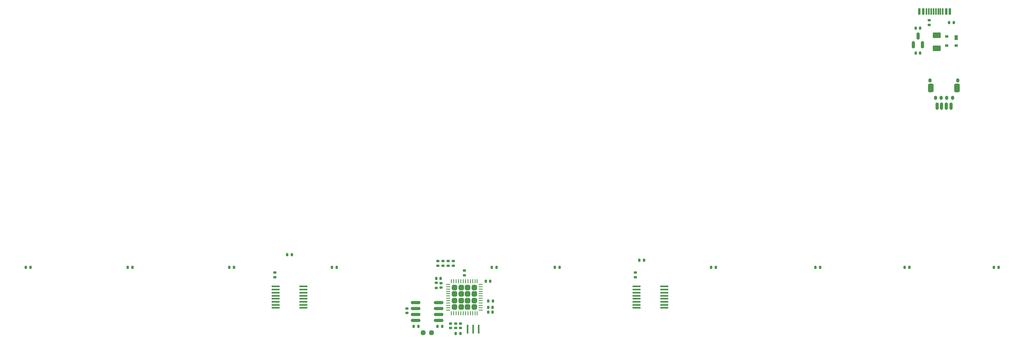
<source format=gbr>
%TF.GenerationSoftware,KiCad,Pcbnew,8.0.3*%
%TF.CreationDate,2024-08-28T23:50:46+02:00*%
%TF.ProjectId,toprevan,746f7072-6576-4616-9e2e-6b696361645f,rev?*%
%TF.SameCoordinates,Original*%
%TF.FileFunction,Paste,Bot*%
%TF.FilePolarity,Positive*%
%FSLAX46Y46*%
G04 Gerber Fmt 4.6, Leading zero omitted, Abs format (unit mm)*
G04 Created by KiCad (PCBNEW 8.0.3) date 2024-08-28 23:50:46*
%MOMM*%
%LPD*%
G01*
G04 APERTURE LIST*
G04 Aperture macros list*
%AMRoundRect*
0 Rectangle with rounded corners*
0 $1 Rounding radius*
0 $2 $3 $4 $5 $6 $7 $8 $9 X,Y pos of 4 corners*
0 Add a 4 corners polygon primitive as box body*
4,1,4,$2,$3,$4,$5,$6,$7,$8,$9,$2,$3,0*
0 Add four circle primitives for the rounded corners*
1,1,$1+$1,$2,$3*
1,1,$1+$1,$4,$5*
1,1,$1+$1,$6,$7*
1,1,$1+$1,$8,$9*
0 Add four rect primitives between the rounded corners*
20,1,$1+$1,$2,$3,$4,$5,0*
20,1,$1+$1,$4,$5,$6,$7,0*
20,1,$1+$1,$6,$7,$8,$9,0*
20,1,$1+$1,$8,$9,$2,$3,0*%
G04 Aperture macros list end*
%ADD10RoundRect,0.140000X-0.170000X0.140000X-0.170000X-0.140000X0.170000X-0.140000X0.170000X0.140000X0*%
%ADD11RoundRect,0.135000X-0.135000X-0.185000X0.135000X-0.185000X0.135000X0.185000X-0.135000X0.185000X0*%
%ADD12RoundRect,0.135000X-0.185000X0.135000X-0.185000X-0.135000X0.185000X-0.135000X0.185000X0.135000X0*%
%ADD13RoundRect,0.135000X0.135000X0.185000X-0.135000X0.185000X-0.135000X-0.185000X0.135000X-0.185000X0*%
%ADD14R,0.400000X1.900000*%
%ADD15RoundRect,0.250000X0.315000X-0.315000X0.315000X0.315000X-0.315000X0.315000X-0.315000X-0.315000X0*%
%ADD16RoundRect,0.062500X0.062500X-0.375000X0.062500X0.375000X-0.062500X0.375000X-0.062500X-0.375000X0*%
%ADD17RoundRect,0.062500X0.375000X-0.062500X0.375000X0.062500X-0.375000X0.062500X-0.375000X-0.062500X0*%
%ADD18R,1.778000X0.419100*%
%ADD19RoundRect,0.150000X-0.150000X-0.625000X0.150000X-0.625000X0.150000X0.625000X-0.150000X0.625000X0*%
%ADD20RoundRect,0.250000X-0.350000X-0.650000X0.350000X-0.650000X0.350000X0.650000X-0.350000X0.650000X0*%
%ADD21R,0.700000X1.000000*%
%ADD22R,0.700000X0.600000*%
%ADD23RoundRect,0.250000X-0.625000X0.375000X-0.625000X-0.375000X0.625000X-0.375000X0.625000X0.375000X0*%
%ADD24R,0.600000X1.450000*%
%ADD25R,0.300000X1.450000*%
%ADD26RoundRect,0.140000X0.170000X-0.140000X0.170000X0.140000X-0.170000X0.140000X-0.170000X-0.140000X0*%
%ADD27RoundRect,0.150000X-0.825000X-0.150000X0.825000X-0.150000X0.825000X0.150000X-0.825000X0.150000X0*%
%ADD28RoundRect,0.150000X0.150000X-0.587500X0.150000X0.587500X-0.150000X0.587500X-0.150000X-0.587500X0*%
%ADD29RoundRect,0.140000X0.140000X0.170000X-0.140000X0.170000X-0.140000X-0.170000X0.140000X-0.170000X0*%
%ADD30RoundRect,0.140000X-0.140000X-0.170000X0.140000X-0.170000X0.140000X0.170000X-0.140000X0.170000X0*%
%ADD31RoundRect,0.135000X0.185000X-0.135000X0.185000X0.135000X-0.185000X0.135000X-0.185000X-0.135000X0*%
%ADD32RoundRect,0.150000X-0.150000X-0.275000X0.150000X-0.275000X0.150000X0.275000X-0.150000X0.275000X0*%
%ADD33RoundRect,0.175000X-0.175000X-0.225000X0.175000X-0.225000X0.175000X0.225000X-0.175000X0.225000X0*%
%ADD34RoundRect,0.237500X0.250000X0.237500X-0.250000X0.237500X-0.250000X-0.237500X0.250000X-0.237500X0*%
G04 APERTURE END LIST*
D10*
%TO.C,C10*%
X133886072Y-93745973D03*
X133886072Y-94705973D03*
%TD*%
D11*
%TO.C,R14*%
X63832898Y-81756250D03*
X64852898Y-81756250D03*
%TD*%
%TO.C,R23*%
X210627500Y-81756250D03*
X211647500Y-81756250D03*
%TD*%
D12*
%TO.C,R5*%
X132256250Y-80387058D03*
X132256250Y-81407058D03*
%TD*%
D13*
%TO.C,R18*%
X125922500Y-94362500D03*
X124902500Y-94362500D03*
%TD*%
D14*
%TO.C,Y1*%
X136401214Y-94917035D03*
X137601214Y-94917035D03*
X138801214Y-94917035D03*
%TD*%
D11*
%TO.C,R25*%
X248727500Y-81746059D03*
X249747500Y-81746059D03*
%TD*%
D15*
%TO.C,U1*%
X133631250Y-90206250D03*
X135031250Y-90206250D03*
X136431250Y-90206250D03*
X137831250Y-90206250D03*
X133631250Y-88806250D03*
X135031250Y-88806250D03*
X136431250Y-88806250D03*
X137831250Y-88806250D03*
X133631250Y-87406250D03*
X135031250Y-87406250D03*
X136431250Y-87406250D03*
X137831250Y-87406250D03*
X133631250Y-86006250D03*
X135031250Y-86006250D03*
X136431250Y-86006250D03*
X137831250Y-86006250D03*
D16*
X138481250Y-91543750D03*
X137981250Y-91543750D03*
X137481250Y-91543750D03*
X136981250Y-91543750D03*
X136481250Y-91543750D03*
X135981250Y-91543750D03*
X135481250Y-91543750D03*
X134981250Y-91543750D03*
X134481250Y-91543750D03*
X133981250Y-91543750D03*
X133481250Y-91543750D03*
X132981250Y-91543750D03*
D17*
X132293750Y-90856250D03*
X132293750Y-90356250D03*
X132293750Y-89856250D03*
X132293750Y-89356250D03*
X132293750Y-88856250D03*
X132293750Y-88356250D03*
X132293750Y-87856250D03*
X132293750Y-87356250D03*
X132293750Y-86856250D03*
X132293750Y-86356250D03*
X132293750Y-85856250D03*
X132293750Y-85356250D03*
D16*
X132981250Y-84668750D03*
X133481250Y-84668750D03*
X133981250Y-84668750D03*
X134481250Y-84668750D03*
X134981250Y-84668750D03*
X135481250Y-84668750D03*
X135981250Y-84668750D03*
X136481250Y-84668750D03*
X136981250Y-84668750D03*
X137481250Y-84668750D03*
X137981250Y-84668750D03*
X138481250Y-84668750D03*
D17*
X139168750Y-85356250D03*
X139168750Y-85856250D03*
X139168750Y-86356250D03*
X139168750Y-86856250D03*
X139168750Y-87356250D03*
X139168750Y-87856250D03*
X139168750Y-88356250D03*
X139168750Y-88856250D03*
X139168750Y-89356250D03*
X139168750Y-89856250D03*
X139168750Y-90356250D03*
X139168750Y-90856250D03*
%TD*%
D10*
%TO.C,C16*%
X132789679Y-93745973D03*
X132789679Y-94705973D03*
%TD*%
D18*
%TO.C,U6*%
X178393090Y-85832950D03*
X178393090Y-86483190D03*
X178393090Y-87133430D03*
X178393090Y-87783670D03*
X178393090Y-88428830D03*
X178393090Y-89079070D03*
X178393090Y-89729310D03*
X178393090Y-90379550D03*
X172444410Y-90379550D03*
X172444410Y-89729310D03*
X172444410Y-89079070D03*
X172444410Y-88428830D03*
X172444410Y-87783670D03*
X172444410Y-87133430D03*
X172444410Y-86483190D03*
X172444410Y-85832950D03*
%TD*%
D11*
%TO.C,R8*%
X239202500Y-29368750D03*
X240222500Y-29368750D03*
%TD*%
D19*
%TO.C,J1*%
X236625000Y-47243750D03*
X237625000Y-47243750D03*
X238625000Y-47243750D03*
X239625000Y-47243750D03*
D20*
X235325000Y-43368750D03*
X240925000Y-43368750D03*
%TD*%
D11*
%TO.C,R16*%
X97915000Y-78997940D03*
X98935000Y-78997940D03*
%TD*%
D21*
%TO.C,D1*%
X240710621Y-32587500D03*
D22*
X240710621Y-34287500D03*
X238710621Y-34287500D03*
X238710621Y-32387500D03*
%TD*%
D18*
%TO.C,U4*%
X101399340Y-85832950D03*
X101399340Y-86483190D03*
X101399340Y-87133430D03*
X101399340Y-87783670D03*
X101399340Y-88428830D03*
X101399340Y-89079070D03*
X101399340Y-89729310D03*
X101399340Y-90379550D03*
X95450660Y-90379550D03*
X95450660Y-89729310D03*
X95450660Y-89079070D03*
X95450660Y-88428830D03*
X95450660Y-87783670D03*
X95450660Y-87133430D03*
X95450660Y-86483190D03*
X95450660Y-85832950D03*
%TD*%
D12*
%TO.C,R6*%
X130056250Y-80387058D03*
X130056250Y-81407058D03*
%TD*%
D13*
%TO.C,R20*%
X156085000Y-81756250D03*
X155065000Y-81756250D03*
%TD*%
D10*
%TO.C,C11*%
X134889679Y-93753408D03*
X134889679Y-94713408D03*
%TD*%
D12*
%TO.C,R4*%
X131156250Y-80387058D03*
X131156250Y-81407058D03*
%TD*%
D11*
%TO.C,R11*%
X140777500Y-88900000D03*
X141797500Y-88900000D03*
%TD*%
D23*
%TO.C,F_USBC1*%
X236537500Y-32082528D03*
X236537500Y-34882528D03*
%TD*%
D11*
%TO.C,R9*%
X133883473Y-95832687D03*
X134903473Y-95832687D03*
%TD*%
D24*
%TO.C,J3*%
X232874750Y-27025750D03*
X233674750Y-27025750D03*
D25*
X234874750Y-27025750D03*
X235874750Y-27025750D03*
X236374750Y-27025750D03*
X237374750Y-27025750D03*
D24*
X238574750Y-27025750D03*
X239374750Y-27025750D03*
X239374750Y-27025750D03*
X238574750Y-27025750D03*
D25*
X237874750Y-27025750D03*
X236874750Y-27025750D03*
X235374750Y-27025750D03*
X234374750Y-27025750D03*
D24*
X233674750Y-27025750D03*
X232874750Y-27025750D03*
%TD*%
D12*
%TO.C,R7*%
X234950000Y-28858750D03*
X234950000Y-29878750D03*
%TD*%
D11*
%TO.C,R15*%
X42068750Y-81756250D03*
X43088750Y-81756250D03*
%TD*%
D26*
%TO.C,C1*%
X130775537Y-86080138D03*
X130775537Y-85120138D03*
%TD*%
D13*
%TO.C,R17*%
X108453663Y-81746059D03*
X107433663Y-81746059D03*
%TD*%
D27*
%TO.C,U5*%
X125318750Y-93092500D03*
X125318750Y-91822500D03*
X125318750Y-90552500D03*
X125318750Y-89282500D03*
X130268750Y-89282500D03*
X130268750Y-90552500D03*
X130268750Y-91822500D03*
X130268750Y-93092500D03*
%TD*%
D11*
%TO.C,R24*%
X229677500Y-81756250D03*
X230697500Y-81756250D03*
%TD*%
D28*
%TO.C,U3*%
X233518750Y-34129972D03*
X231618750Y-34129972D03*
X232568750Y-32254972D03*
%TD*%
D29*
%TO.C,C12*%
X233048750Y-30596511D03*
X232088750Y-30596511D03*
%TD*%
%TO.C,C13*%
X233048750Y-35944924D03*
X232088750Y-35944924D03*
%TD*%
D13*
%TO.C,R19*%
X174057500Y-80168750D03*
X173037500Y-80168750D03*
%TD*%
D30*
%TO.C,C9*%
X140819430Y-90289802D03*
X141779430Y-90289802D03*
%TD*%
D26*
%TO.C,C15*%
X123451464Y-91501881D03*
X123451464Y-90541881D03*
%TD*%
D31*
%TO.C,R2*%
X135731250Y-83460000D03*
X135731250Y-82440000D03*
%TD*%
D13*
%TO.C,R21*%
X142591250Y-81756250D03*
X141571250Y-81756250D03*
%TD*%
D30*
%TO.C,C6*%
X140830343Y-91336235D03*
X141790343Y-91336235D03*
%TD*%
D29*
%TO.C,C7*%
X130686750Y-84105750D03*
X129726750Y-84105750D03*
%TD*%
D11*
%TO.C,R12*%
X129948750Y-94362500D03*
X130968750Y-94362500D03*
%TD*%
D30*
%TO.C,C8*%
X140295000Y-84650000D03*
X141255000Y-84650000D03*
%TD*%
D12*
%TO.C,R10*%
X129695761Y-85072261D03*
X129695761Y-86092261D03*
%TD*%
D32*
%TO.C,J2*%
X236325000Y-45531250D03*
X237525000Y-45531250D03*
X238725000Y-45531250D03*
X239925000Y-45531250D03*
D33*
X235175000Y-41756250D03*
X241075000Y-41756250D03*
%TD*%
D11*
%TO.C,R13*%
X85498750Y-81756250D03*
X86518750Y-81756250D03*
%TD*%
D12*
%TO.C,R3*%
X133350000Y-80387058D03*
X133350000Y-81407058D03*
%TD*%
D26*
%TO.C,C14*%
X95250000Y-83823750D03*
X95250000Y-82863750D03*
%TD*%
%TO.C,C17*%
X172243750Y-83823750D03*
X172243750Y-82863750D03*
%TD*%
D13*
%TO.C,R22*%
X189422500Y-81756250D03*
X188402500Y-81756250D03*
%TD*%
D34*
%TO.C,JP1*%
X128723442Y-95665357D03*
X126898442Y-95665357D03*
%TD*%
M02*

</source>
